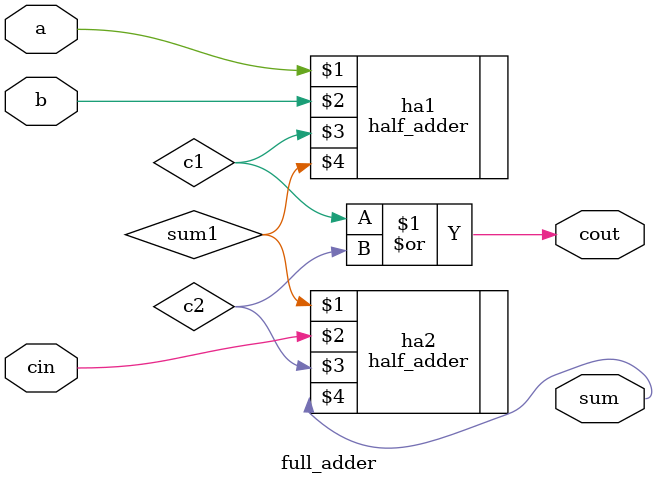
<source format=sv>
`include "half_adder.sv"

module full_adder(input a,b,cin, output cout, sum);
  
  reg c1, c2, sum1;
  half_adder ha1(a,b, c1, sum1);
  half_adder ha2(sum1, cin, c2, sum);
  assign cout = c1 | c2;
                 
endmodule

</source>
